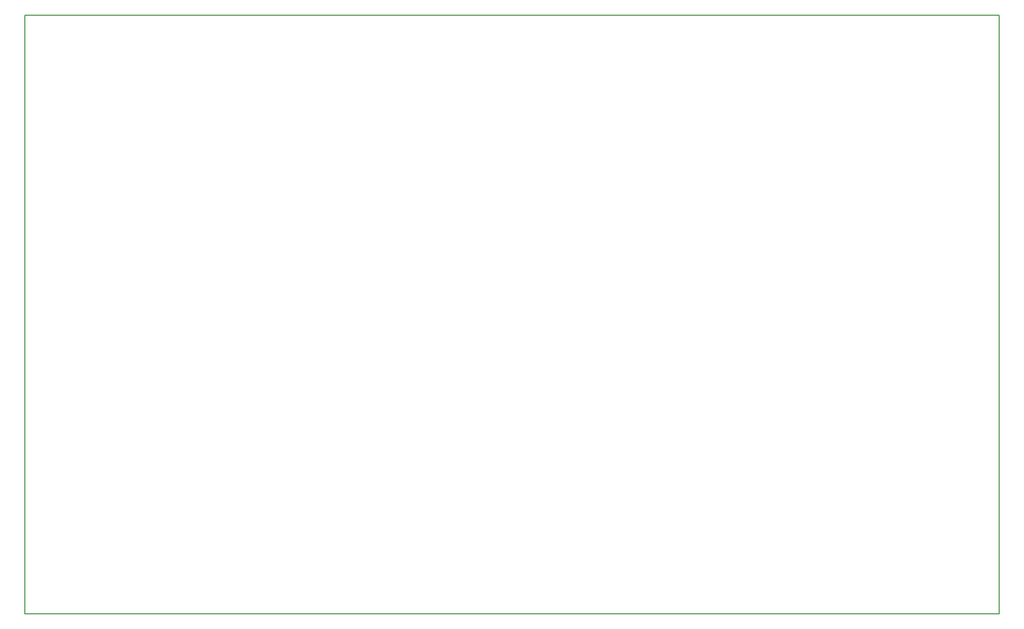
<source format=gbr>
G04 #@! TF.GenerationSoftware,KiCad,Pcbnew,5.0.2+dfsg1-1~bpo9+1*
G04 #@! TF.CreationDate,2019-09-09T21:30:10+02:00*
G04 #@! TF.ProjectId,diymetro,6469796d-6574-4726-9f2e-6b696361645f,rev?*
G04 #@! TF.SameCoordinates,Original*
G04 #@! TF.FileFunction,Profile,NP*
%FSLAX46Y46*%
G04 Gerber Fmt 4.6, Leading zero omitted, Abs format (unit mm)*
G04 Created by KiCad (PCBNEW 5.0.2+dfsg1-1~bpo9+1) date Mon 09 Sep 2019 09:30:10 PM CEST*
%MOMM*%
%LPD*%
G01*
G04 APERTURE LIST*
%ADD10C,0.150000*%
G04 APERTURE END LIST*
D10*
X234696000Y-138938000D02*
X71882000Y-138938000D01*
X234696000Y-38938000D02*
X71882000Y-38938000D01*
X234696000Y-138938000D02*
X234696000Y-38938000D01*
X71882000Y-38938000D02*
X71882000Y-138938000D01*
M02*

</source>
